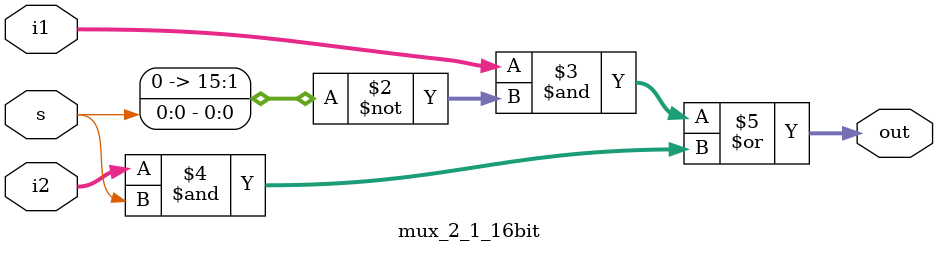
<source format=v>
`timescale 1ns / 1ps

module subnormal_handling(
input clk,
input rst,
input [6:0] exp_final,
input sign,
input [10:0] norm_sum,
output [15:0] out);
    
    reg select;
    reg [11:0] x;
    reg [15:0] y; 
    
    always @(posedge clk )begin 
     x <= {sign, norm_sum};
     if (exp_final< 7'd1)begin
     select <= 1'b1;
     end else begin
     select <=1'b0;
     end
     y <= x >> exp_final;
    end
    
    mux_2_1_16bit m2(.i1({sign, exp_final[4:0], norm_sum[9:0]}), .i2(y), .s(select), .out(out));
endmodule

module mux_2_1_16bit(
input [15:0] i1, input [15:0] i2, input s, output [15:0] out
    );
    
    assign out = (i1&(~s))| (i2&s);
   
  endmodule

</source>
